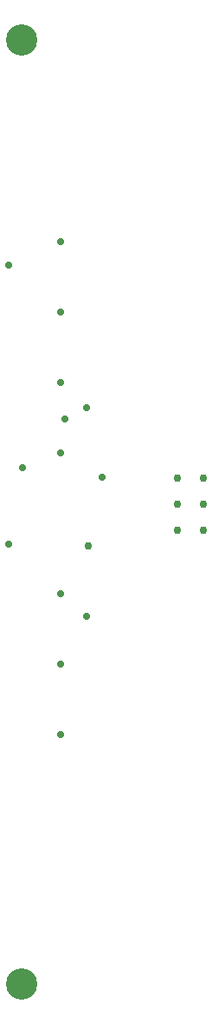
<source format=gbr>
%FSDAX33Y33*%
%MOMM*%
%SFA1B1*%

%IPPOS*%
%ADD9500C,0.711200*%
%ADD9501C,0.762000*%
%ADD9502C,3.048000*%
%LNfilm_drill-1*%
%LPD*%
G54D9501*
X023649Y060197D03*
X032384Y061721D03*
Y064261D03*
Y066801D03*
X034924Y061721D03*
Y064261D03*
Y066801D03*
G54D9500*
X015874Y060324D03*
Y087502D03*
G54D9502*
X017144Y017525D03*
Y109473D03*
G54D9500*
X017186Y067803D03*
X020954Y041782D03*
Y048640D03*
Y055498D03*
Y069214D03*
Y076072D03*
Y082930D03*
Y089788D03*
X021359Y072574D03*
X023494Y053339D03*
Y073659D03*
X025018Y066916D03*
M02*
</source>
